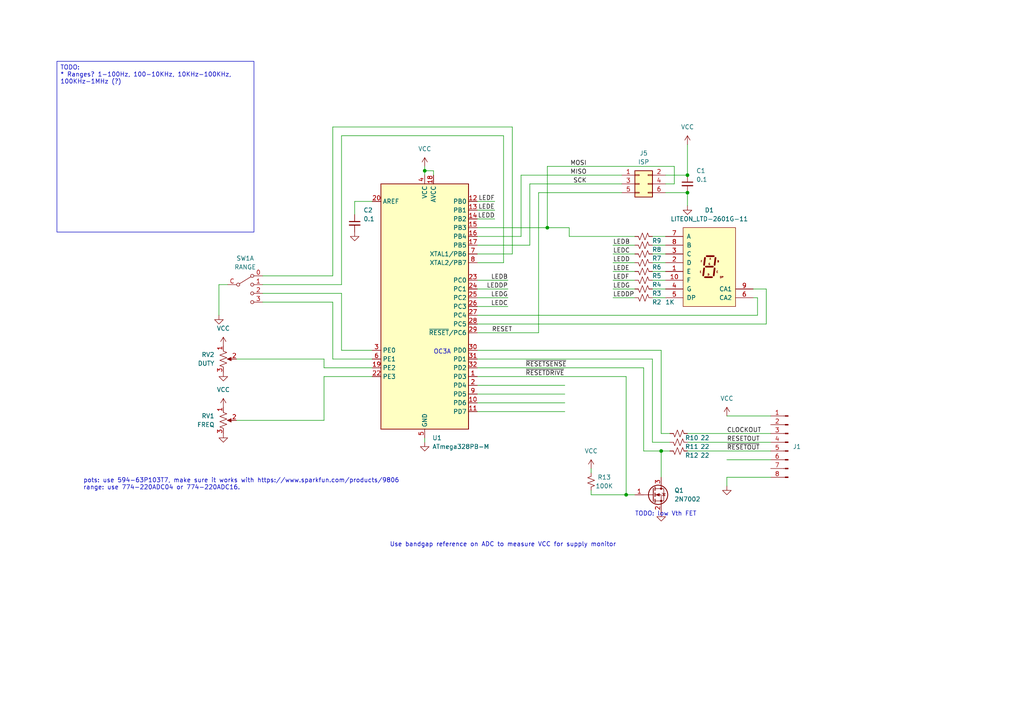
<source format=kicad_sch>
(kicad_sch (version 20230121) (generator eeschema)
  (paper "A4")
  (lib_symbols
    (symbol "Connector:Conn_01x08_Pin" (pin_names (offset 1.016) hide)
      (property "Reference" "J" (at 0 10.16 0))
      (property "Value" "Conn_01x08_Pin" (at 0 -12.7 0))
      (symbol "Conn_01x08_Pin_1_1"
        (polyline (pts (xy 1.27 -10.16) (xy 0.8636 -10.16)) (stroke (width 0.1524)))
        (polyline (pts (xy 1.27 -7.62) (xy 0.8636 -7.62)) (stroke (width 0.1524)))
        (polyline (pts (xy 1.27 -5.08) (xy 0.8636 -5.08)) (stroke (width 0.1524)))
        (polyline (pts (xy 1.27 -2.54) (xy 0.8636 -2.54)) (stroke (width 0.1524)))
        (polyline (pts (xy 1.27 0) (xy 0.8636 0)) (stroke (width 0.1524)))
        (polyline (pts (xy 1.27 2.54) (xy 0.8636 2.54)) (stroke (width 0.1524)))
        (polyline (pts (xy 1.27 5.08) (xy 0.8636 5.08)) (stroke (width 0.1524)))
        (polyline (pts (xy 1.27 7.62) (xy 0.8636 7.62)) (stroke (width 0.1524)))
        (rectangle (start 0.8636 -10.033) (end 0 -10.287) (stroke (width 0.1524)) (fill (type outline)))
        (rectangle (start 0.8636 -7.493) (end 0 -7.747) (stroke (width 0.1524)) (fill (type outline)))
        (rectangle (start 0.8636 -4.953) (end 0 -5.207) (stroke (width 0.1524)) (fill (type outline)))
        (rectangle (start 0.8636 -2.413) (end 0 -2.667) (stroke (width 0.1524)) (fill (type outline)))
        (rectangle (start 0.8636 0.127) (end 0 -0.127) (stroke (width 0.1524)) (fill (type outline)))
        (rectangle (start 0.8636 2.667) (end 0 2.413) (stroke (width 0.1524)) (fill (type outline)))
        (rectangle (start 0.8636 5.207) (end 0 4.953) (stroke (width 0.1524)) (fill (type outline)))
        (rectangle (start 0.8636 7.747) (end 0 7.493) (stroke (width 0.1524)) (fill (type outline)))
        (pin passive line (at 5.08 7.62 180) (length 3.81) (name "Pin_1") (number "1"))
        (pin passive line (at 5.08 5.08 180) (length 3.81) (name "Pin_2") (number "2"))
        (pin passive line (at 5.08 2.54 180) (length 3.81) (name "Pin_3") (number "3"))
        (pin passive line (at 5.08 0 180) (length 3.81) (name "Pin_4") (number "4"))
        (pin passive line (at 5.08 -2.54 180) (length 3.81) (name "Pin_5") (number "5"))
        (pin passive line (at 5.08 -5.08 180) (length 3.81) (name "Pin_6") (number "6"))
        (pin passive line (at 5.08 -7.62 180) (length 3.81) (name "Pin_7") (number "7"))
        (pin passive line (at 5.08 -10.16 180) (length 3.81) (name "Pin_8") (number "8"))
      )
    )
    (symbol "Connector_Generic:Conn_02x03_Odd_Even" (pin_names (offset 1.016) hide)
      (property "Reference" "J" (at 1.27 5.08 0))
      (property "Value" "Conn_02x03_Odd_Even" (at 1.27 -5.08 0))
      (symbol "Conn_02x03_Odd_Even_1_1"
        (rectangle (start -1.27 -2.413) (end 0 -2.667) (stroke (width 0.1524)))
        (rectangle (start -1.27 0.127) (end 0 -0.127) (stroke (width 0.1524)))
        (rectangle (start -1.27 2.667) (end 0 2.413) (stroke (width 0.1524)))
        (rectangle (start -1.27 3.81) (end 3.81 -3.81) (stroke (width 0.254)) (fill (type background)))
        (rectangle (start 3.81 -2.413) (end 2.54 -2.667) (stroke (width 0.1524)))
        (rectangle (start 3.81 0.127) (end 2.54 -0.127) (stroke (width 0.1524)))
        (rectangle (start 3.81 2.667) (end 2.54 2.413) (stroke (width 0.1524)))
        (pin passive line (at -5.08 2.54 0) (length 3.81) (name "Pin_1") (number "1"))
        (pin passive line (at 7.62 2.54 180) (length 3.81) (name "Pin_2") (number "2"))
        (pin passive line (at -5.08 0 0) (length 3.81) (name "Pin_3") (number "3"))
        (pin passive line (at 7.62 0 180) (length 3.81) (name "Pin_4") (number "4"))
        (pin passive line (at -5.08 -2.54 0) (length 3.81) (name "Pin_5") (number "5"))
        (pin passive line (at 7.62 -2.54 180) (length 3.81) (name "Pin_6") (number "6"))
      )
    )
    (symbol "Device:C_Small" (pin_numbers hide) (pin_names (offset 0.254) hide)
      (property "Reference" "C" (at 0.254 1.778 0))
      (property "Value" "C_Small" (at 0.254 -2.032 0))
      (symbol "C_Small_0_1"
        (polyline (pts (xy -1.524 -0.508) (xy 1.524 -0.508)) (stroke (width 0.3302)))
        (polyline (pts (xy -1.524 0.508) (xy 1.524 0.508)) (stroke (width 0.3048)))
      )
      (symbol "C_Small_1_1"
        (pin passive line (at 0 2.54 270) (length 2.032) (name "~") (number "1"))
        (pin passive line (at 0 -2.54 90) (length 2.032) (name "~") (number "2"))
      )
    )
    (symbol "Device:R_Potentiometer_US" (pin_names (offset 1.016) hide)
      (property "Reference" "RV" (at -4.445 0 90))
      (property "Value" "R_Potentiometer_US" (at -2.54 0 90))
      (symbol "R_Potentiometer_US_0_1"
        (polyline (pts (xy 0 -2.286) (xy 0 -2.54)))
        (polyline (pts (xy 0 2.54) (xy 0 2.286)))
        (polyline (pts (xy 2.54 0) (xy 1.524 0)))
        (polyline (pts (xy 1.143 0) (xy 2.286 0.508) (xy 2.286 -0.508) (xy 1.143 0)) (fill (type outline)))
        (polyline (pts (xy 0 -0.762) (xy 1.016 -1.143) (xy 0 -1.524) (xy -1.016 -1.905) (xy 0 -2.286)))
        (polyline (pts (xy 0 0.762) (xy 1.016 0.381) (xy 0 0) (xy -1.016 -0.381) (xy 0 -0.762)))
        (polyline (pts (xy 0 2.286) (xy 1.016 1.905) (xy 0 1.524) (xy -1.016 1.143) (xy 0 0.762)))
      )
      (symbol "R_Potentiometer_US_1_1"
        (pin passive line (at 0 3.81 270) (length 1.27) (name "1") (number "1"))
        (pin passive line (at 3.81 0 180) (length 1.27) (name "2") (number "2"))
        (pin passive line (at 0 -3.81 90) (length 1.27) (name "3") (number "3"))
      )
    )
    (symbol "Device:R_Small_US" (pin_numbers hide) (pin_names (offset 0.254) hide)
      (property "Reference" "R" (at 0.762 0.508 0))
      (property "Value" "R_Small_US" (at 0.762 -1.016 0))
      (symbol "R_Small_US_1_1"
        (polyline (pts (xy 0 0) (xy 1.016 -0.381) (xy 0 -0.762) (xy -1.016 -1.143) (xy 0 -1.524)))
        (polyline (pts (xy 0 1.524) (xy 1.016 1.143) (xy 0 0.762) (xy -1.016 0.381) (xy 0 0)))
        (pin passive line (at 0 2.54 270) (length 1.016) (name "~") (number "1"))
        (pin passive line (at 0 -2.54 90) (length 1.016) (name "~") (number "2"))
      )
    )
    (symbol "MCU_Microchip_ATmega:ATmega328PB-M"
      (property "Reference" "U" (at -12.7 36.83 0))
      (property "Value" "ATmega328PB-M" (at 2.54 -36.83 0))
      (symbol "ATmega328PB-M_0_1"
        (rectangle (start -12.7 -35.56) (end 12.7 35.56) (stroke (width 0.254)) (fill (type background)))
      )
      (symbol "ATmega328PB-M_1_1"
        (pin bidirectional line (at 15.24 -20.32 180) (length 2.54) (name "PD3") (number "1"))
        (pin bidirectional line (at 15.24 -27.94 180) (length 2.54) (name "PD6") (number "10"))
        (pin bidirectional line (at 15.24 -30.48 180) (length 2.54) (name "PD7") (number "11"))
        (pin bidirectional line (at 15.24 30.48 180) (length 2.54) (name "PB0") (number "12"))
        (pin bidirectional line (at 15.24 27.94 180) (length 2.54) (name "PB1") (number "13"))
        (pin bidirectional line (at 15.24 25.4 180) (length 2.54) (name "PB2") (number "14"))
        (pin bidirectional line (at 15.24 22.86 180) (length 2.54) (name "PB3") (number "15"))
        (pin bidirectional line (at 15.24 20.32 180) (length 2.54) (name "PB4") (number "16"))
        (pin bidirectional line (at 15.24 17.78 180) (length 2.54) (name "PB5") (number "17"))
        (pin power_in line (at 2.54 38.1 270) (length 2.54) (name "AVCC") (number "18"))
        (pin bidirectional line (at -15.24 -17.78 0) (length 2.54) (name "PE2") (number "19"))
        (pin bidirectional line (at 15.24 -22.86 180) (length 2.54) (name "PD4") (number "2"))
        (pin passive line (at -15.24 30.48 0) (length 2.54) (name "AREF") (number "20"))
        (pin passive line (at 0 -38.1 90) (length 2.54) hide (name "GND") (number "21"))
        (pin bidirectional line (at -15.24 -20.32 0) (length 2.54) (name "PE3") (number "22"))
        (pin bidirectional line (at 15.24 7.62 180) (length 2.54) (name "PC0") (number "23"))
        (pin bidirectional line (at 15.24 5.08 180) (length 2.54) (name "PC1") (number "24"))
        (pin bidirectional line (at 15.24 2.54 180) (length 2.54) (name "PC2") (number "25"))
        (pin bidirectional line (at 15.24 0 180) (length 2.54) (name "PC3") (number "26"))
        (pin bidirectional line (at 15.24 -2.54 180) (length 2.54) (name "PC4") (number "27"))
        (pin bidirectional line (at 15.24 -5.08 180) (length 2.54) (name "PC5") (number "28"))
        (pin bidirectional line (at 15.24 -7.62 180) (length 2.54) (name "~{RESET}/PC6") (number "29"))
        (pin bidirectional line (at -15.24 -12.7 0) (length 2.54) (name "PE0") (number "3"))
        (pin bidirectional line (at 15.24 -12.7 180) (length 2.54) (name "PD0") (number "30"))
        (pin bidirectional line (at 15.24 -15.24 180) (length 2.54) (name "PD1") (number "31"))
        (pin bidirectional line (at 15.24 -17.78 180) (length 2.54) (name "PD2") (number "32"))
        (pin passive line (at 0 -38.1 90) (length 2.54) hide (name "GND") (number "33"))
        (pin power_in line (at 0 38.1 270) (length 2.54) (name "VCC") (number "4"))
        (pin power_in line (at 0 -38.1 90) (length 2.54) (name "GND") (number "5"))
        (pin bidirectional line (at -15.24 -15.24 0) (length 2.54) (name "PE1") (number "6"))
        (pin bidirectional line (at 15.24 15.24 180) (length 2.54) (name "XTAL1/PB6") (number "7"))
        (pin bidirectional line (at 15.24 12.7 180) (length 2.54) (name "XTAL2/PB7") (number "8"))
        (pin bidirectional line (at 15.24 -25.4 180) (length 2.54) (name "PD5") (number "9"))
      )
    )
    (symbol "Transistor_FET:2N7002" (pin_names hide)
      (property "Reference" "Q" (at 5.08 1.905 0))
      (property "Value" "2N7002" (at 5.08 0 0))
      (symbol "2N7002_0_1"
        (polyline (pts (xy 0.254 0) (xy -2.54 0)))
        (polyline (pts (xy 0.254 1.905) (xy 0.254 -1.905)) (stroke (width 0.254)))
        (polyline (pts (xy 0.762 -1.27) (xy 0.762 -2.286)) (stroke (width 0.254)))
        (polyline (pts (xy 0.762 0.508) (xy 0.762 -0.508)) (stroke (width 0.254)))
        (polyline (pts (xy 0.762 2.286) (xy 0.762 1.27)) (stroke (width 0.254)))
        (polyline (pts (xy 2.54 2.54) (xy 2.54 1.778)))
        (polyline (pts (xy 2.54 -2.54) (xy 2.54 0) (xy 0.762 0)))
        (polyline (pts (xy 0.762 -1.778) (xy 3.302 -1.778) (xy 3.302 1.778) (xy 0.762 1.778)))
        (polyline (pts (xy 1.016 0) (xy 2.032 0.381) (xy 2.032 -0.381) (xy 1.016 0)) (fill (type outline)))
        (polyline (pts (xy 2.794 0.508) (xy 2.921 0.381) (xy 3.683 0.381) (xy 3.81 0.254)))
        (polyline (pts (xy 3.302 0.381) (xy 2.921 -0.254) (xy 3.683 -0.254) (xy 3.302 0.381)))
        (circle (center 1.651 0) (radius 2.794) (stroke (width 0.254)))
        (circle (center 2.54 -1.778) (radius 0.254) (fill (type outline)))
        (circle (center 2.54 1.778) (radius 0.254) (fill (type outline)))
      )
      (symbol "2N7002_1_1"
        (pin input line (at -5.08 0 0) (length 2.54) (name "G") (number "1"))
        (pin passive line (at 2.54 -5.08 90) (length 2.54) (name "S") (number "2"))
        (pin passive line (at 2.54 5.08 270) (length 2.54) (name "D") (number "3"))
      )
    )
    (symbol "discretes_new:LITEON_LTD-2601G-11" (pin_names (offset 1.016))
      (property "Reference" "D" (at 2.54 5.08 0))
      (property "Value" "LITEON_LTD-2601G-11" (at 7.62 2.54 0))
      (symbol "LITEON_LTD-2601G-11_0_1"
        (rectangle (start 0 0) (end 15.24 -22.86) (fill (type background)))
      )
      (symbol "LITEON_LTD-2601G-11_1_1"
        (polyline (pts (xy 6.096 -11.811) (xy 5.842 -13.843)) (stroke (width 0.508)))
        (polyline (pts (xy 6.35 -14.351) (xy 8.382 -14.351)) (stroke (width 0.508)))
        (polyline (pts (xy 6.35 -8.763) (xy 6.096 -10.795)) (stroke (width 0.508)))
        (polyline (pts (xy 6.604 -11.303) (xy 8.636 -11.303)) (stroke (width 0.508)))
        (polyline (pts (xy 6.858 -8.255) (xy 8.89 -8.255)) (stroke (width 0.508)))
        (polyline (pts (xy 9.144 -11.811) (xy 8.89 -13.843)) (stroke (width 0.508)))
        (polyline (pts (xy 9.398 -8.763) (xy 9.144 -10.795)) (stroke (width 0.508)))
        (polyline (pts (xy 10.16 -14.351) (xy 10.16 -14.351)) (stroke (width 0.508)))
        (text "A" (at 7.874 -9.017 0) (effects (font (size 0.508 0.508))))
        (text "B" (at 10.16 -9.779 0) (effects (font (size 0.508 0.508))))
        (text "C" (at 9.906 -12.827 0) (effects (font (size 0.508 0.508))))
        (text "D" (at 7.366 -13.589 0) (effects (font (size 0.508 0.508))))
        (text "DP" (at 11.176 -14.351 0) (effects (font (size 0.508 0.508))))
        (text "E" (at 5.08 -12.827 0) (effects (font (size 0.508 0.508))))
        (text "F" (at 5.334 -9.779 0) (effects (font (size 0.508 0.508))))
        (text "G" (at 7.62 -10.541 0) (effects (font (size 0.508 0.508))))
        (pin passive line (at -5.08 -12.7 0) (length 5.08) (name "E") (number "1"))
        (pin passive line (at -5.08 -15.24 0) (length 5.08) (name "F") (number "10"))
        (pin passive line (at -5.08 -10.16 0) (length 5.08) (name "D") (number "2"))
        (pin passive line (at -5.08 -7.62 0) (length 5.08) (name "C") (number "3"))
        (pin passive line (at -5.08 -17.78 0) (length 5.08) (name "G") (number "4"))
        (pin passive line (at -5.08 -20.32 0) (length 5.08) (name "DP") (number "5"))
        (pin passive line (at 20.32 -20.32 180) (length 5.08) (name "CA2") (number "6"))
        (pin passive line (at -5.08 -2.54 0) (length 5.08) (name "A") (number "7"))
        (pin passive line (at -5.08 -5.08 0) (length 5.08) (name "B") (number "8"))
        (pin passive line (at 20.32 -17.78 180) (length 5.08) (name "CA1") (number "9"))
      )
    )
    (symbol "power:GND" (power) (pin_names (offset 0))
      (property "Value" "GND" (at 0 -3.81 0))
      (symbol "GND_0_1"
        (polyline (pts (xy 0 0) (xy 0 -1.27) (xy 1.27 -1.27) (xy 0 -2.54) (xy -1.27 -1.27) (xy 0 -1.27)))
      )
      (symbol "GND_1_1"
        (pin power_in line (at 0 0 270) (length 0) hide (name "GND") (number "1"))
      )
    )
    (symbol "power:VCC" (power) (pin_names (offset 0))
      (property "Value" "VCC" (at 0 3.81 0))
      (symbol "VCC_0_1"
        (polyline (pts (xy -0.762 1.27) (xy 0 2.54)))
        (polyline (pts (xy 0 0) (xy 0 2.54)))
        (polyline (pts (xy 0 2.54) (xy 0.762 1.27)))
      )
      (symbol "VCC_1_1"
        (pin power_in line (at 0 0 90) (length 0) hide (name "VCC") (number "1"))
      )
    )
    (symbol "switches_new:SW_DP4T_CTS" (pin_names (offset 0) hide)
      (property "Reference" "SW" (at 0 5.08 0))
      (property "Value" "SW_DP4T_CTS" (at 0 -8.89 0))
      (symbol "SW_DP4T_CTS_0_1"
        (circle (center -2.032 0) (radius 0.4572))
        (polyline (pts (xy -1.651 0.254) (xy 1.651 2.286)))
        (circle (center 2.032 -5.08) (radius 0.4572))
        (circle (center 2.032 -2.54) (radius 0.4572))
        (circle (center 2.032 0) (radius 0.4572))
        (circle (center 2.032 2.54) (radius 0.4572))
      )
      (symbol "SW_DP4T_CTS_1_1"
        (pin passive line (at 5.08 2.54 180) (length 2.54) (name "0") (number "0"))
        (pin passive line (at 5.08 0 180) (length 2.54) (name "1") (number "1"))
        (pin passive line (at 5.08 -2.54 180) (length 2.54) (name "2") (number "2"))
        (pin passive line (at 5.08 -5.08 180) (length 2.54) (name "3") (number "3"))
        (pin passive line (at -5.08 0 0) (length 2.54) (name "C") (number "C"))
      )
      (symbol "SW_DP4T_CTS_2_1"
        (pin passive line (at 5.08 2.54 180) (length 2.54) (name "5") (number "5"))
        (pin passive line (at 5.08 0 180) (length 2.54) (name "6") (number "6"))
        (pin passive line (at -5.08 0 0) (length 2.54) (name "7") (number "7"))
        (pin passive line (at 5.08 -2.54 180) (length 2.54) (name "8") (number "8"))
      )
    )
  )
  (junction (at 181.61 143.51))
  (junction (at 191.77 130.81))
  (junction (at 199.39 50.8))
  (junction (at 158.75 66.04))
  (junction (at 123.19 49.53))
  (junction (at 199.39 55.88))
  (wire (pts (xy 177.8 83.82) (xy 184.15 83.82)))
  (wire (pts (xy 222.25 83.82) (xy 218.44 83.82)))
  (wire (pts (xy 99.06 39.37) (xy 99.06 82.55)))
  (wire (pts (xy 189.23 71.12) (xy 193.04 71.12)))
  (wire (pts (xy 177.8 78.74) (xy 184.15 78.74)))
  (wire (pts (xy 107.95 104.14) (xy 96.52 104.14)))
  (wire (pts (xy 138.43 106.68) (xy 186.69 106.68)))
  (wire (pts (xy 138.43 109.22) (xy 181.61 109.22)))
  (wire (pts (xy 189.23 86.36) (xy 193.04 86.36)))
  (wire (pts (xy 153.67 53.34) (xy 180.34 53.34)))
  (wire (pts (xy 76.2 87.63) (xy 96.52 87.63)))
  (wire (pts (xy 138.43 104.14) (xy 189.23 104.14)))
  (wire (pts (xy 156.21 55.88) (xy 180.34 55.88)))
  (wire (pts (xy 93.98 106.68) (xy 107.95 106.68)))
  (wire (pts (xy 138.43 101.6) (xy 191.77 101.6)))
  (wire (pts (xy 184.15 76.2) (xy 177.8 76.2)))
  (wire (pts (xy 99.06 101.6) (xy 107.95 101.6)))
  (wire (pts (xy 158.75 66.04) (xy 158.75 48.26)))
  (wire (pts (xy 189.23 81.28) (xy 193.04 81.28)))
  (wire (pts (xy 138.43 91.44) (xy 219.71 91.44)))
  (wire (pts (xy 199.39 130.81) (xy 223.52 130.81)))
  (wire (pts (xy 189.23 73.66) (xy 193.04 73.66)))
  (wire (pts (xy 138.43 66.04) (xy 158.75 66.04)))
  (wire (pts (xy 171.45 143.51) (xy 181.61 143.51)))
  (wire (pts (xy 199.39 41.91) (xy 199.39 50.8)))
  (wire (pts (xy 102.87 62.23) (xy 102.87 58.42)))
  (wire (pts (xy 138.43 60.96) (xy 143.51 60.96)))
  (wire (pts (xy 186.69 130.81) (xy 186.69 106.68)))
  (wire (pts (xy 189.23 83.82) (xy 193.04 83.82)))
  (wire (pts (xy 195.58 53.34) (xy 195.58 48.26)))
  (wire (pts (xy 146.05 76.2) (xy 146.05 39.37)))
  (wire (pts (xy 76.2 80.01) (xy 96.52 80.01)))
  (wire (pts (xy 138.43 71.12) (xy 153.67 71.12)))
  (wire (pts (xy 63.5 82.55) (xy 63.5 91.44)))
  (wire (pts (xy 191.77 130.81) (xy 191.77 138.43)))
  (wire (pts (xy 138.43 111.76) (xy 163.83 111.76)))
  (wire (pts (xy 218.44 86.36) (xy 219.71 86.36)))
  (wire (pts (xy 138.43 73.66) (xy 148.59 73.66)))
  (wire (pts (xy 189.23 76.2) (xy 193.04 76.2)))
  (wire (pts (xy 96.52 104.14) (xy 96.52 87.63)))
  (wire (pts (xy 194.31 130.81) (xy 191.77 130.81)))
  (wire (pts (xy 148.59 36.83) (xy 96.52 36.83)))
  (wire (pts (xy 138.43 83.82) (xy 147.32 83.82)))
  (wire (pts (xy 125.73 50.8) (xy 125.73 49.53)))
  (wire (pts (xy 210.82 140.97) (xy 210.82 138.43)))
  (wire (pts (xy 138.43 76.2) (xy 146.05 76.2)))
  (wire (pts (xy 138.43 58.42) (xy 143.51 58.42)))
  (wire (pts (xy 191.77 130.81) (xy 186.69 130.81)))
  (wire (pts (xy 102.87 58.42) (xy 107.95 58.42)))
  (wire (pts (xy 138.43 88.9) (xy 147.32 88.9)))
  (wire (pts (xy 210.82 133.35) (xy 223.52 133.35)))
  (wire (pts (xy 68.58 104.14) (xy 93.98 104.14)))
  (wire (pts (xy 199.39 55.88) (xy 199.39 59.69)))
  (wire (pts (xy 138.43 86.36) (xy 147.32 86.36)))
  (wire (pts (xy 151.13 68.58) (xy 151.13 50.8)))
  (wire (pts (xy 153.67 71.12) (xy 153.67 53.34)))
  (wire (pts (xy 123.19 127) (xy 123.19 128.27)))
  (wire (pts (xy 177.8 71.12) (xy 184.15 71.12)))
  (wire (pts (xy 138.43 119.38) (xy 163.83 119.38)))
  (wire (pts (xy 63.5 82.55) (xy 66.04 82.55)))
  (wire (pts (xy 194.31 125.73) (xy 191.77 125.73)))
  (wire (pts (xy 181.61 143.51) (xy 181.61 109.22)))
  (wire (pts (xy 138.43 93.98) (xy 222.25 93.98)))
  (wire (pts (xy 177.8 86.36) (xy 184.15 86.36)))
  (wire (pts (xy 93.98 104.14) (xy 93.98 106.68)))
  (wire (pts (xy 76.2 82.55) (xy 99.06 82.55)))
  (wire (pts (xy 93.98 109.22) (xy 93.98 121.92)))
  (wire (pts (xy 76.2 85.09) (xy 99.06 85.09)))
  (wire (pts (xy 146.05 39.37) (xy 99.06 39.37)))
  (wire (pts (xy 189.23 128.27) (xy 189.23 104.14)))
  (wire (pts (xy 193.04 53.34) (xy 195.58 53.34)))
  (wire (pts (xy 138.43 63.5) (xy 143.51 63.5)))
  (wire (pts (xy 138.43 96.52) (xy 156.21 96.52)))
  (wire (pts (xy 138.43 116.84) (xy 163.83 116.84)))
  (wire (pts (xy 123.19 48.26) (xy 123.19 49.53)))
  (wire (pts (xy 93.98 121.92) (xy 68.58 121.92)))
  (wire (pts (xy 194.31 128.27) (xy 189.23 128.27)))
  (wire (pts (xy 151.13 50.8) (xy 180.34 50.8)))
  (wire (pts (xy 193.04 55.88) (xy 199.39 55.88)))
  (wire (pts (xy 138.43 114.3) (xy 163.83 114.3)))
  (wire (pts (xy 184.15 73.66) (xy 177.8 73.66)))
  (wire (pts (xy 177.8 81.28) (xy 184.15 81.28)))
  (wire (pts (xy 96.52 36.83) (xy 96.52 80.01)))
  (wire (pts (xy 123.19 49.53) (xy 125.73 49.53)))
  (wire (pts (xy 171.45 135.89) (xy 171.45 137.16)))
  (wire (pts (xy 193.04 50.8) (xy 199.39 50.8)))
  (wire (pts (xy 219.71 86.36) (xy 219.71 91.44)))
  (wire (pts (xy 191.77 125.73) (xy 191.77 101.6)))
  (wire (pts (xy 138.43 81.28) (xy 147.32 81.28)))
  (wire (pts (xy 199.39 128.27) (xy 223.52 128.27)))
  (wire (pts (xy 107.95 109.22) (xy 93.98 109.22)))
  (wire (pts (xy 123.19 49.53) (xy 123.19 50.8)))
  (wire (pts (xy 148.59 73.66) (xy 148.59 36.83)))
  (wire (pts (xy 184.15 143.51) (xy 181.61 143.51)))
  (wire (pts (xy 199.39 125.73) (xy 223.52 125.73)))
  (wire (pts (xy 165.1 68.58) (xy 184.15 68.58)))
  (wire (pts (xy 210.82 138.43) (xy 223.52 138.43)))
  (wire (pts (xy 210.82 120.65) (xy 223.52 120.65)))
  (wire (pts (xy 222.25 93.98) (xy 222.25 83.82)))
  (wire (pts (xy 158.75 48.26) (xy 195.58 48.26)))
  (wire (pts (xy 158.75 66.04) (xy 165.1 66.04)))
  (wire (pts (xy 171.45 142.24) (xy 171.45 143.51)))
  (wire (pts (xy 189.23 78.74) (xy 193.04 78.74)))
  (wire (pts (xy 99.06 85.09) (xy 99.06 101.6)))
  (wire (pts (xy 156.21 96.52) (xy 156.21 55.88)))
  (wire (pts (xy 165.1 66.04) (xy 165.1 68.58)))
  (wire (pts (xy 138.43 68.58) (xy 151.13 68.58)))
  (wire (pts (xy 189.23 68.58) (xy 193.04 68.58)))
  (text_box "TODO:\n* Ranges? 1-100Hz, 100-10KHz, 10KHz-100KHz, 100KHz-1MHz (?)" (at 16.51 17.78 0) (size 57.15 49.53) (effects (font (size 1.27 1.27)) (justify left top)))
  (text "pots: use 594-63P103T7, make sure it works with https://www.sparkfun.com/products/9806\nrange: use 774-220ADC04 or 774-220ADC16.\n" (at 24.13 142.24 0) (effects (font (size 1.27 1.27)) (justify left bottom)))
  (text "TODO: low Vth FET" (at 184.15 149.86 0) (effects (font (size 1.27 1.27)) (justify left bottom)))
  (text "Use bandgap reference on ADC to measure VCC for supply monitor" (at 113.03 158.75 0) (effects (font (size 1.27 1.27)) (justify left bottom)))
  (text "OC3A" (at 125.73 102.87 0) (effects (font (size 1.27 1.27)) (justify left bottom)))
  (label "~{RESETOUT}" (at 210.82 130.81 0))
  (label "LEDD" (at 177.8 76.2 0))
  (label "CLOCKOUT" (at 210.82 125.73 0))
  (label "LEDDP" (at 177.8 86.36 0))
  (label "SCK" (at 170.18 53.34 180))
  (label "LEDE" (at 143.51 60.96 180))
  (label "RESET" (at 148.59 96.52 180))
  (label "LEDB" (at 147.32 81.28 180))
  (label "LEDE" (at 177.8 78.74 0))
  (label "LEDDP" (at 147.32 83.82 180))
  (label "LEDG" (at 177.8 83.82 0))
  (label "~{RESETSENSE}" (at 152.4 106.68 0))
  (label "MOSI" (at 170.18 48.26 180))
  (label "RESETOUT" (at 210.82 128.27 0))
  (label "LEDC" (at 177.8 73.66 0))
  (label "MISO" (at 170.18 50.8 180))
  (label "LEDC" (at 147.32 88.9 180))
  (label "LEDB" (at 177.8 71.12 0))
  (label "LEDD" (at 143.51 63.5 180))
  (label "LEDF" (at 143.51 58.42 180))
  (label "~{RESETDRIVE}" (at 152.4 109.22 0))
  (label "LEDF" (at 177.8 81.28 0))
  (label "LEDG" (at 147.32 86.36 180))
  (symbol (lib_id "Device:R_Potentiometer_US") (at 64.77 104.14 0) (unit 1)
    (property "Reference" "RV2" (at 62.23 102.87 0) (effects (justify right)))
    (property "Value" "DUTY" (at 62.23 105.41 0) (effects (justify right)))
    (property "Footprint" "Passive:BOURNS_3386_VERT_UNIVERSAL" (effects hide))
  )
  (symbol (lib_id "Device:R_Small_US") (at 186.69 81.28 90) (mirror x) (unit 1)
    (property "Reference" "R4" (at 190.5 82.55 90))
    (property "Value" "1K" (effects hide))
    (property "Footprint" "Passive:RESC2012X55" (effects hide))
  )
  (symbol (lib_id "Device:R_Small_US") (at 186.69 78.74 90) (mirror x) (unit 1)
    (property "Reference" "R5" (at 190.5 80.01 90))
    (property "Value" "1K" (effects hide))
    (property "Footprint" "Passive:RESC2012X55" (effects hide))
  )
  (symbol (lib_id "power:VCC") (at 123.19 48.26 0) (unit 1)
    (property "Reference" "#PWR04" (effects hide))
    (property "Value" "VCC" (at 123.19 43.18 0))
  )
  (symbol (lib_id "switches_new:SW_DP4T_CTS") (at 71.12 82.55 0) (unit 1)
    (property "Reference" "SW1" (at 71.12 74.93 0))
    (property "Value" "RANGE" (at 71.12 77.47 0))
    (property "Footprint" "Switch:CTS_220AD_04" (effects hide))
    (property "Mouser" "774-220ADC04" (effects hide))
  )
  (symbol (lib_id "Device:C_Small") (at 199.39 53.34 0) (unit 1)
    (property "Reference" "C1" (at 201.93 49.53 0) (effects (justify left)))
    (property "Value" "0.1" (at 201.93 52.07 0) (effects (justify left)))
    (property "Footprint" "Passive:CAPC2012X55" (effects hide))
  )
  (symbol (lib_id "Device:R_Small_US") (at 186.69 73.66 90) (mirror x) (unit 1)
    (property "Reference" "R7" (at 190.5 74.93 90))
    (property "Value" "1K" (effects hide))
    (property "Footprint" "Passive:RESC2012X55" (effects hide))
  )
  (symbol (lib_id "power:GND") (at 191.77 148.59 0) (unit 1)
    (property "Reference" "#PWR011" (effects hide))
    (property "Value" "GND" (effects hide))
  )
  (symbol (lib_id "power:GND") (at 64.77 125.73 0) (unit 1)
    (property "Reference" "#PWR05" (effects hide))
    (property "Value" "GND" (effects hide))
  )
  (symbol (lib_id "power:GND") (at 64.77 107.95 0) (unit 1)
    (property "Reference" "#PWR06" (effects hide))
    (property "Value" "GND" (effects hide))
  )
  (symbol (lib_id "power:VCC") (at 64.77 100.33 0) (unit 1)
    (property "Reference" "#PWR09" (effects hide))
    (property "Value" "VCC" (at 64.77 95.25 0))
  )
  (symbol (lib_id "power:GND") (at 123.19 128.27 0) (unit 1)
    (property "Reference" "#PWR02" (effects hide))
    (property "Value" "GND" (effects hide))
  )
  (symbol (lib_id "power:GND") (at 210.82 140.97 0) (unit 1)
    (property "Reference" "#PWR013" (effects hide))
    (property "Value" "GND" (effects hide))
  )
  (symbol (lib_id "Device:R_Small_US") (at 171.45 139.7 0) (mirror x) (unit 1)
    (property "Reference" "R13" (at 175.26 138.43 0))
    (property "Value" "100K" (at 175.26 140.97 0))
    (property "Footprint" "Passive:RESC2012X55" (effects hide))
  )
  (symbol (lib_id "power:GND") (at 199.39 59.69 0) (mirror y) (unit 1)
    (property "Reference" "#PWR01" (effects hide))
    (property "Value" "GND" (effects hide))
  )
  (symbol (lib_id "Device:R_Small_US") (at 196.85 130.81 90) (mirror x) (unit 1)
    (property "Reference" "R12" (at 200.66 132.08 90))
    (property "Value" "22" (at 204.47 132.08 90))
    (property "Footprint" "Passive:RESC2012X55" (effects hide))
  )
  (symbol (lib_id "Device:R_Small_US") (at 196.85 128.27 90) (mirror x) (unit 1)
    (property "Reference" "R11" (at 200.66 129.54 90))
    (property "Value" "22" (at 204.47 129.54 90))
    (property "Footprint" "Passive:RESC2012X55" (effects hide))
  )
  (symbol (lib_id "MCU_Microchip_ATmega:ATmega328PB-M") (at 123.19 88.9 0) (unit 1)
    (property "Reference" "U1" (at 125.3841 127 0) (effects (justify left)))
    (property "Value" "ATmega328PB-M" (at 125.3841 129.54 0) (effects (justify left)))
    (property "Footprint" "Package_DFN_QFN:QFN-32-1EP_5x5mm_P0.5mm_EP3.1x3.1mm" (effects hide))
    (property "Datasheet" "http://ww1.microchip.com/downloads/en/DeviceDoc/40001906C.pdf" (effects hide))
  )
  (symbol (lib_id "discretes_new:LITEON_LTD-2601G-11") (at 198.12 66.04 0) (unit 1)
    (property "Reference" "D1" (at 205.74 60.96 0))
    (property "Value" "LITEON_LTD-2601G-11" (at 205.74 63.5 0))
    (property "Footprint" "Active:LTD-2601G-11" (effects hide))
  )
  (symbol (lib_id "Connector_Generic:Conn_02x03_Odd_Even") (at 185.42 53.34 0) (unit 1)
    (property "Reference" "J5" (at 186.69 44.45 0))
    (property "Value" "ISP" (at 186.69 46.99 0))
    (property "Footprint" "Connector_PinHeader_2.54mm:PinHeader_2x03_P2.54mm_Vertical_SMD" (effects hide))
  )
  (symbol (lib_id "Connector:Conn_01x08_Pin") (at 228.6 128.27 0) (mirror y) (unit 1)
    (property "Reference" "J1" (at 231.14 129.54 0))
    (property "Value" "Conn_01x08_Pin" (effects hide))
    (property "Footprint" "Connector_PinHeader_2.54mm:PinHeader_1x08_P2.54mm_Vertical" (effects hide))
  )
  (symbol (lib_id "power:GND") (at 63.5 91.44 0) (unit 1)
    (property "Reference" "#PWR07" (effects hide))
    (property "Value" "GND" (effects hide))
  )
  (symbol (lib_id "Device:R_Small_US") (at 186.69 71.12 90) (mirror x) (unit 1)
    (property "Reference" "R8" (at 190.5 72.39 90))
    (property "Value" "1K" (effects hide))
    (property "Footprint" "Passive:RESC2012X55" (effects hide))
  )
  (symbol (lib_id "Device:R_Potentiometer_US") (at 64.77 121.92 0) (unit 1)
    (property "Reference" "RV1" (at 62.23 120.65 0) (effects (justify right)))
    (property "Value" "FREQ" (at 62.23 123.19 0) (effects (justify right)))
    (property "Footprint" "Passive:BOURNS_3386_VERT_UNIVERSAL" (effects hide))
  )
  (symbol (lib_id "power:VCC") (at 199.39 41.91 0) (mirror y) (unit 1)
    (property "Reference" "#PWR03" (effects hide))
    (property "Value" "VCC" (at 199.39 36.83 0))
  )
  (symbol (lib_id "Device:R_Small_US") (at 186.69 76.2 90) (mirror x) (unit 1)
    (property "Reference" "R6" (at 190.5 77.47 90))
    (property "Value" "1K" (effects hide))
    (property "Footprint" "Passive:RESC2012X55" (effects hide))
  )
  (symbol (lib_id "Device:C_Small") (at 102.87 64.77 0) (unit 1)
    (property "Reference" "C2" (at 105.41 60.96 0) (effects (justify left)))
    (property "Value" "0.1" (at 105.41 63.5 0) (effects (justify left)))
    (property "Footprint" "Passive:CAPC2012X55" (effects hide))
  )
  (symbol (lib_id "Device:R_Small_US") (at 186.69 68.58 90) (mirror x) (unit 1)
    (property "Reference" "R9" (at 190.5 69.85 90))
    (property "Value" "1K" (effects hide))
    (property "Footprint" "Passive:RESC2012X55" (effects hide))
  )
  (symbol (lib_id "power:VCC") (at 210.82 120.65 0) (mirror y) (unit 1)
    (property "Reference" "#PWR012" (effects hide))
    (property "Value" "VCC" (at 210.82 115.57 0))
  )
  (symbol (lib_id "power:VCC") (at 64.77 118.11 0) (unit 1)
    (property "Reference" "#PWR08" (effects hide))
    (property "Value" "VCC" (at 64.77 113.03 0))
  )
  (symbol (lib_id "Transistor_FET:2N7002") (at 189.23 143.51 0) (unit 1)
    (property "Reference" "Q1" (at 195.58 142.24 0) (effects (justify left)))
    (property "Value" "2N7002" (at 195.58 144.78 0) (effects (justify left)))
    (property "Footprint" "Active:SOT95P230X117-3" (effects hide))
    (property "Datasheet" "https://www.onsemi.com/pub/Collateral/NDS7002A-D.PDF" (effects hide))
    (property "Mouser" "621-DMN2053UQ-13" (effects hide))
  )
  (symbol (lib_id "power:VCC") (at 171.45 135.89 0) (mirror y) (unit 1)
    (property "Reference" "#PWR014" (effects hide))
    (property "Value" "VCC" (at 171.45 130.81 0))
  )
  (symbol (lib_id "Device:R_Small_US") (at 186.69 83.82 90) (mirror x) (unit 1)
    (property "Reference" "R3" (at 190.5 85.09 90))
    (property "Value" "1K" (effects hide))
    (property "Footprint" "Passive:RESC2012X55" (effects hide))
  )
  (symbol (lib_id "Device:R_Small_US") (at 186.69 86.36 90) (mirror x) (unit 1)
    (property "Reference" "R2" (at 190.5 87.63 90))
    (property "Value" "1K" (at 194.31 87.63 90))
    (property "Footprint" "Passive:RESC2012X55" (effects hide))
  )
  (symbol (lib_id "Device:R_Small_US") (at 196.85 125.73 90) (mirror x) (unit 1)
    (property "Reference" "R10" (at 200.66 127 90))
    (property "Value" "22" (at 204.47 127 90))
    (property "Footprint" "Passive:RESC2012X55" (effects hide))
  )
  (symbol (lib_id "power:GND") (at 102.87 67.31 0) (unit 1)
    (property "Reference" "#PWR010" (effects hide))
    (property "Value" "GND" (effects hide))
  )
)
</source>
